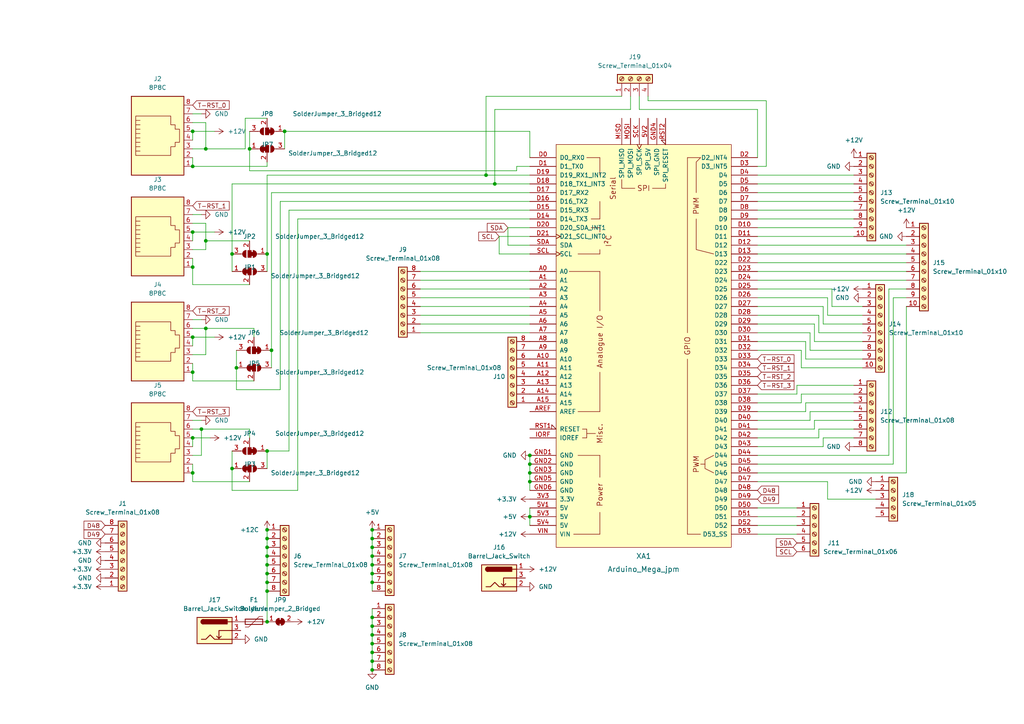
<source format=kicad_sch>
(kicad_sch (version 20211123) (generator eeschema)
  (paper "A4")
  (lib_symbols
    (symbol "CUSTOM:Arduino_Mega_jpm" (pin_names (offset 1.016))
      (property "Reference" "XA" (at 2.54 0 90))
      (property "Value" "Arduino_Mega_jpm" (at -2.54 0 90))
      (symbol "Arduino_Mega_jpm_0_0"
        (text "Analogue I/O" (at -12.7 1.27 900) (effects (font (size 1.524 1.524))))
        (text "I²C" (at -10.16 30.48 900) (effects (font (size 1.524 1.524))))
        (text "Misc." (at -12.7 -25.4 900) (effects (font (size 1.524 1.524))))
        (text "Power" (at -12.7 -43.18 900) (effects (font (size 1.524 1.524))))
        (text "PWM" (at 15.24 -34.29 900) (effects (font (size 1.524 1.524))))
        (text "PWM" (at 15.24 40.64 900) (effects (font (size 1.524 1.524))))
        (text "Serial" (at -8.89 45.72 900) (effects (font (size 1.524 1.524))))
        (text "SPI" (at 0 45.72 0) (effects (font (size 1.524 1.524))))
      )
      (symbol "Arduino_Mega_jpm_1_0"
        (text "GPIO" (at 12.7 0 900) (effects (font (size 1.524 1.524))))
      )
      (symbol "Arduino_Mega_jpm_1_1"
        (pin power_in line (at -33.02 -44.45 0) (length 7.62) (name "3.3V") (number "3V3"))
        (pin power_in line (at -33.02 -46.99 0) (length 7.62) (name "5V") (number "5V1"))
        (pin power_in line (at 1.27 66.04 270) (length 7.62) (name "SPI_5V") (number "5V2"))
        (pin power_in line (at -33.02 -49.53 0) (length 7.62) (name "5V") (number "5V3"))
        (pin power_in line (at -33.02 -52.07 0) (length 7.62) (name "5V") (number "5V4"))
        (pin bidirectional line (at -33.02 21.59 0) (length 7.62) (name "A0") (number "A0"))
        (pin bidirectional line (at -33.02 19.05 0) (length 7.62) (name "A1") (number "A1"))
        (pin bidirectional line (at -33.02 -3.81 0) (length 7.62) (name "A10") (number "A10"))
        (pin bidirectional line (at -33.02 -6.35 0) (length 7.62) (name "A11") (number "A11"))
        (pin bidirectional line (at -33.02 -8.89 0) (length 7.62) (name "A12") (number "A12"))
        (pin bidirectional line (at -33.02 -11.43 0) (length 7.62) (name "A13") (number "A13"))
        (pin bidirectional line (at -33.02 -13.97 0) (length 7.62) (name "A14") (number "A14"))
        (pin bidirectional line (at -33.02 -16.51 0) (length 7.62) (name "A15") (number "A15"))
        (pin bidirectional line (at -33.02 16.51 0) (length 7.62) (name "A2") (number "A2"))
        (pin bidirectional line (at -33.02 13.97 0) (length 7.62) (name "A3") (number "A3"))
        (pin bidirectional line (at -33.02 11.43 0) (length 7.62) (name "A4") (number "A4"))
        (pin bidirectional line (at -33.02 8.89 0) (length 7.62) (name "A5") (number "A5"))
        (pin bidirectional line (at -33.02 6.35 0) (length 7.62) (name "A6") (number "A6"))
        (pin bidirectional line (at -33.02 3.81 0) (length 7.62) (name "A7") (number "A7"))
        (pin bidirectional line (at -33.02 1.27 0) (length 7.62) (name "A8") (number "A8"))
        (pin bidirectional line (at -33.02 -1.27 0) (length 7.62) (name "A9") (number "A9"))
        (pin input line (at -33.02 -19.05 0) (length 7.62) (name "AREF") (number "AREF"))
        (pin bidirectional line (at -33.02 54.61 0) (length 7.62) (name "D0_RX0") (number "D0"))
        (pin bidirectional line (at -33.02 52.07 0) (length 7.62) (name "D1_TX0") (number "D1"))
        (pin bidirectional line (at 33.02 34.29 180) (length 7.62) (name "D10") (number "D10"))
        (pin bidirectional line (at 33.02 31.75 180) (length 7.62) (name "D11") (number "D11"))
        (pin bidirectional line (at 33.02 29.21 180) (length 7.62) (name "D12") (number "D12"))
        (pin bidirectional line (at 33.02 26.67 180) (length 7.62) (name "D13") (number "D13"))
        (pin bidirectional line (at -33.02 36.83 0) (length 7.62) (name "D14_TX3") (number "D14"))
        (pin bidirectional line (at -33.02 39.37 0) (length 7.62) (name "D15_RX3") (number "D15"))
        (pin bidirectional line (at -33.02 41.91 0) (length 7.62) (name "D16_TX2") (number "D16"))
        (pin bidirectional line (at -33.02 44.45 0) (length 7.62) (name "D17_RX2") (number "D17"))
        (pin bidirectional line (at -33.02 46.99 0) (length 7.62) (name "D18_TX1_INT3") (number "D18"))
        (pin bidirectional line (at -33.02 49.53 0) (length 7.62) (name "D19_RX1_INT2") (number "D19"))
        (pin bidirectional line (at 33.02 54.61 180) (length 7.62) (name "D2_INT4") (number "D2"))
        (pin bidirectional line (at -33.02 34.29 0) (length 7.62) (name "D20_SDA_INT1") (number "D20"))
        (pin bidirectional clock (at -33.02 31.75 0) (length 7.62) (name "D21_SCL_INT0") (number "D21"))
        (pin bidirectional line (at 33.02 24.13 180) (length 7.62) (name "D22") (number "D22"))
        (pin bidirectional line (at 33.02 21.59 180) (length 7.62) (name "D23") (number "D23"))
        (pin bidirectional line (at 33.02 19.05 180) (length 7.62) (name "D24") (number "D24"))
        (pin bidirectional line (at 33.02 16.51 180) (length 7.62) (name "D25") (number "D25"))
        (pin bidirectional line (at 33.02 13.97 180) (length 7.62) (name "D26") (number "D26"))
        (pin bidirectional line (at 33.02 11.43 180) (length 7.62) (name "D27") (number "D27"))
        (pin bidirectional line (at 33.02 8.89 180) (length 7.62) (name "D28") (number "D28"))
        (pin bidirectional line (at 33.02 6.35 180) (length 7.62) (name "D29") (number "D29"))
        (pin bidirectional line (at 33.02 52.07 180) (length 7.62) (name "D3_INT5") (number "D3"))
        (pin bidirectional line (at 33.02 3.81 180) (length 7.62) (name "D30") (number "D30"))
        (pin bidirectional line (at 33.02 1.27 180) (length 7.62) (name "D31") (number "D31"))
        (pin bidirectional line (at 33.02 -1.27 180) (length 7.62) (name "D32") (number "D32"))
        (pin bidirectional line (at 33.02 -3.81 180) (length 7.62) (name "D33") (number "D33"))
        (pin bidirectional line (at 33.02 -6.35 180) (length 7.62) (name "D34") (number "D34"))
        (pin bidirectional line (at 33.02 -8.89 180) (length 7.62) (name "D35") (number "D35"))
        (pin bidirectional line (at 33.02 -11.43 180) (length 7.62) (name "D36") (number "D36"))
        (pin bidirectional line (at 33.02 -13.97 180) (length 7.62) (name "D37") (number "D37"))
        (pin bidirectional line (at 33.02 -16.51 180) (length 7.62) (name "D38") (number "D38"))
        (pin bidirectional line (at 33.02 -19.05 180) (length 7.62) (name "D39") (number "D39"))
        (pin bidirectional line (at 33.02 49.53 180) (length 7.62) (name "D4") (number "D4"))
        (pin bidirectional line (at 33.02 -21.59 180) (length 7.62) (name "D40") (number "D40"))
        (pin bidirectional line (at 33.02 -24.13 180) (length 7.62) (name "D41") (number "D41"))
        (pin bidirectional line (at 33.02 -26.67 180) (length 7.62) (name "D42") (number "D42"))
        (pin bidirectional line (at 33.02 -29.21 180) (length 7.62) (name "D43") (number "D43"))
        (pin bidirectional line (at 33.02 -31.75 180) (length 7.62) (name "D44") (number "D44"))
        (pin bidirectional line (at 33.02 -34.29 180) (length 7.62) (name "D45") (number "D45"))
        (pin bidirectional line (at 33.02 -36.83 180) (length 7.62) (name "D46") (number "D46"))
        (pin bidirectional line (at 33.02 -39.37 180) (length 7.62) (name "D47") (number "D47"))
        (pin bidirectional line (at 33.02 -41.91 180) (length 7.62) (name "D48") (number "D48"))
        (pin bidirectional line (at 33.02 -44.45 180) (length 7.62) (name "D49") (number "D49"))
        (pin bidirectional line (at 33.02 46.99 180) (length 7.62) (name "D5") (number "D5"))
        (pin bidirectional line (at 33.02 -46.99 180) (length 7.62) (name "D50") (number "D50"))
        (pin bidirectional line (at 33.02 -49.53 180) (length 7.62) (name "D51") (number "D51"))
        (pin bidirectional line (at 33.02 -52.07 180) (length 7.62) (name "D52") (number "D52"))
        (pin bidirectional line (at 33.02 -54.61 180) (length 7.62) (name "D53_SS") (number "D53"))
        (pin bidirectional line (at 33.02 44.45 180) (length 7.62) (name "D6") (number "D6"))
        (pin bidirectional line (at 33.02 41.91 180) (length 7.62) (name "D7") (number "D7"))
        (pin bidirectional line (at 33.02 39.37 180) (length 7.62) (name "D8") (number "D8"))
        (pin bidirectional line (at 33.02 36.83 180) (length 7.62) (name "D9") (number "D9"))
        (pin power_in line (at -33.02 -31.75 0) (length 7.62) (name "GND") (number "GND1"))
        (pin power_in line (at -33.02 -34.29 0) (length 7.62) (name "GND") (number "GND2"))
        (pin power_in line (at -33.02 -36.83 0) (length 7.62) (name "GND") (number "GND3"))
        (pin power_in line (at 3.81 66.04 270) (length 7.62) (name "SPI_GND") (number "GND4"))
        (pin power_in line (at -33.02 -39.37 0) (length 7.62) (name "GND") (number "GND5"))
        (pin power_in line (at -33.02 -41.91 0) (length 7.62) (name "GND") (number "GND6"))
        (pin output line (at -33.02 -26.67 0) (length 7.62) (name "IOREF") (number "IORF"))
        (pin input line (at -6.35 66.04 270) (length 7.62) (name "SPI_MISO") (number "MISO"))
        (pin output line (at -3.81 66.04 270) (length 7.62) (name "SPI_MOSI") (number "MOSI"))
        (pin open_collector input_low (at -33.02 -24.13 0) (length 7.62) (name "RESET") (number "RST1"))
        (pin open_collector input_low (at 6.35 66.04 270) (length 7.62) (name "SPI_RESET") (number "RST2"))
        (pin output clock (at -1.27 66.04 270) (length 7.62) (name "SPI_SCK") (number "SCK"))
        (pin bidirectional clock (at -33.02 26.67 0) (length 7.62) (name "SCL") (number "SCL"))
        (pin bidirectional line (at -33.02 29.21 0) (length 7.62) (name "SDA") (number "SDA"))
        (pin power_in line (at -33.02 -54.61 0) (length 7.62) (name "VIN") (number "VIN"))
      )
    )
    (symbol "Connector:8P8C" (pin_names (offset 1.016))
      (property "Reference" "J" (at -5.08 13.97 0))
      (property "Value" "8P8C" (at 2.54 13.97 0))
      (symbol "8P8C_1_1"
        (pin passive line (at 10.16 -7.62 180) (length 2.54) (name "~") (number "1"))
        (pin passive line (at 10.16 -5.08 180) (length 2.54) (name "~") (number "2"))
        (pin passive line (at 10.16 -2.54 180) (length 2.54) (name "~") (number "3"))
        (pin passive line (at 10.16 0 180) (length 2.54) (name "~") (number "4"))
        (pin passive line (at 10.16 2.54 180) (length 2.54) (name "~") (number "5"))
        (pin passive line (at 10.16 5.08 180) (length 2.54) (name "~") (number "6"))
        (pin passive line (at 10.16 7.62 180) (length 2.54) (name "~") (number "7"))
        (pin passive line (at 10.16 10.16 180) (length 2.54) (name "~") (number "8"))
      )
    )
    (symbol "Connector:Barrel_Jack_Switch" (pin_names hide)
      (property "Reference" "J" (at 0 5.334 0))
      (property "Value" "Barrel_Jack_Switch" (at 0 -5.08 0))
      (symbol "Barrel_Jack_Switch_1_1"
        (pin passive line (at 7.62 2.54 180) (length 2.54) (name "~") (number "1"))
        (pin passive line (at 7.62 -2.54 180) (length 2.54) (name "~") (number "2"))
        (pin passive line (at 7.62 0 180) (length 2.54) (name "~") (number "3"))
      )
    )
    (symbol "Connector:Screw_Terminal_01x04" (pin_names (offset 1.016) hide)
      (property "Reference" "J" (at 0 5.08 0))
      (property "Value" "Screw_Terminal_01x04" (at 0 -7.62 0))
      (symbol "Screw_Terminal_01x04_1_1"
        (pin passive line (at -5.08 2.54 0) (length 3.81) (name "Pin_1") (number "1"))
        (pin passive line (at -5.08 0 0) (length 3.81) (name "Pin_2") (number "2"))
        (pin passive line (at -5.08 -2.54 0) (length 3.81) (name "Pin_3") (number "3"))
        (pin passive line (at -5.08 -5.08 0) (length 3.81) (name "Pin_4") (number "4"))
      )
    )
    (symbol "Connector:Screw_Terminal_01x05" (pin_names (offset 1.016) hide)
      (property "Reference" "J" (at 0 7.62 0))
      (property "Value" "Screw_Terminal_01x05" (at 0 -7.62 0))
      (symbol "Screw_Terminal_01x05_1_1"
        (pin passive line (at -5.08 5.08 0) (length 3.81) (name "Pin_1") (number "1"))
        (pin passive line (at -5.08 2.54 0) (length 3.81) (name "Pin_2") (number "2"))
        (pin passive line (at -5.08 0 0) (length 3.81) (name "Pin_3") (number "3"))
        (pin passive line (at -5.08 -2.54 0) (length 3.81) (name "Pin_4") (number "4"))
        (pin passive line (at -5.08 -5.08 0) (length 3.81) (name "Pin_5") (number "5"))
      )
    )
    (symbol "Connector:Screw_Terminal_01x06" (pin_names (offset 1.016) hide)
      (property "Reference" "J" (at 0 7.62 0))
      (property "Value" "Screw_Terminal_01x06" (at 0 -10.16 0))
      (symbol "Screw_Terminal_01x06_1_1"
        (pin passive line (at -5.08 5.08 0) (length 3.81) (name "Pin_1") (number "1"))
        (pin passive line (at -5.08 2.54 0) (length 3.81) (name "Pin_2") (number "2"))
        (pin passive line (at -5.08 0 0) (length 3.81) (name "Pin_3") (number "3"))
        (pin passive line (at -5.08 -2.54 0) (length 3.81) (name "Pin_4") (number "4"))
        (pin passive line (at -5.08 -5.08 0) (length 3.81) (name "Pin_5") (number "5"))
        (pin passive line (at -5.08 -7.62 0) (length 3.81) (name "Pin_6") (number "6"))
      )
    )
    (symbol "Connector:Screw_Terminal_01x08" (pin_names (offset 1.016) hide)
      (property "Reference" "J" (at 0 10.16 0))
      (property "Value" "Screw_Terminal_01x08" (at 0 -12.7 0))
      (symbol "Screw_Terminal_01x08_1_1"
        (pin passive line (at -5.08 7.62 0) (length 3.81) (name "Pin_1") (number "1"))
        (pin passive line (at -5.08 5.08 0) (length 3.81) (name "Pin_2") (number "2"))
        (pin passive line (at -5.08 2.54 0) (length 3.81) (name "Pin_3") (number "3"))
        (pin passive line (at -5.08 0 0) (length 3.81) (name "Pin_4") (number "4"))
        (pin passive line (at -5.08 -2.54 0) (length 3.81) (name "Pin_5") (number "5"))
        (pin passive line (at -5.08 -5.08 0) (length 3.81) (name "Pin_6") (number "6"))
        (pin passive line (at -5.08 -7.62 0) (length 3.81) (name "Pin_7") (number "7"))
        (pin passive line (at -5.08 -10.16 0) (length 3.81) (name "Pin_8") (number "8"))
      )
    )
    (symbol "Connector:Screw_Terminal_01x10" (pin_names (offset 1.016) hide)
      (property "Reference" "J" (at 0 12.7 0))
      (property "Value" "Screw_Terminal_01x10" (at 0 -15.24 0))
      (symbol "Screw_Terminal_01x10_1_1"
        (pin passive line (at -5.08 10.16 0) (length 3.81) (name "Pin_1") (number "1"))
        (pin passive line (at -5.08 -12.7 0) (length 3.81) (name "Pin_10") (number "10"))
        (pin passive line (at -5.08 7.62 0) (length 3.81) (name "Pin_2") (number "2"))
        (pin passive line (at -5.08 5.08 0) (length 3.81) (name "Pin_3") (number "3"))
        (pin passive line (at -5.08 2.54 0) (length 3.81) (name "Pin_4") (number "4"))
        (pin passive line (at -5.08 0 0) (length 3.81) (name "Pin_5") (number "5"))
        (pin passive line (at -5.08 -2.54 0) (length 3.81) (name "Pin_6") (number "6"))
        (pin passive line (at -5.08 -5.08 0) (length 3.81) (name "Pin_7") (number "7"))
        (pin passive line (at -5.08 -7.62 0) (length 3.81) (name "Pin_8") (number "8"))
        (pin passive line (at -5.08 -10.16 0) (length 3.81) (name "Pin_9") (number "9"))
      )
    )
    (symbol "Device:Polyfuse" (pin_numbers hide) (pin_names (offset 0))
      (property "Reference" "F" (at -2.54 0 90))
      (property "Value" "Polyfuse" (at 2.54 0 90))
      (symbol "Polyfuse_1_1"
        (pin passive line (at 0 3.81 270) (length 1.27) (name "~") (number "1"))
        (pin passive line (at 0 -3.81 90) (length 1.27) (name "~") (number "2"))
      )
    )
    (symbol "Jumper:SolderJumper_2_Bridged" (pin_names (offset 0) hide)
      (property "Reference" "JP" (at 0 2.032 0))
      (property "Value" "SolderJumper_2_Bridged" (at 0 -2.54 0))
      (symbol "SolderJumper_2_Bridged_1_1"
        (pin passive line (at -3.81 0 0) (length 2.54) (name "A") (number "1"))
        (pin passive line (at 3.81 0 180) (length 2.54) (name "B") (number "2"))
      )
    )
    (symbol "Jumper:SolderJumper_3_Bridged12" (pin_names (offset 0) hide)
      (property "Reference" "JP" (at -2.54 -2.54 0))
      (property "Value" "SolderJumper_3_Bridged12" (at 0 2.794 0))
      (symbol "SolderJumper_3_Bridged12_1_1"
        (pin passive line (at -5.08 0 0) (length 2.54) (name "A") (number "1"))
        (pin passive line (at 0 -3.81 90) (length 2.54) (name "C") (number "2"))
        (pin passive line (at 5.08 0 180) (length 2.54) (name "B") (number "3"))
      )
    )
    (symbol "power:+12C" (power) (pin_names (offset 0))
      (property "Value" "+12C" (at 0 3.81 0))
      (symbol "+12C_1_1"
        (pin power_in line (at 0 0 90) (length 0) hide (name "+12C") (number "1"))
      )
    )
    (symbol "power:+12V" (power) (pin_names (offset 0))
      (property "Value" "+12V" (at 0 3.556 0))
      (symbol "+12V_1_1"
        (pin power_in line (at 0 0 90) (length 0) hide (name "+12V") (number "1"))
      )
    )
    (symbol "power:+3.3V" (power) (pin_names (offset 0))
      (property "Value" "+3.3V" (at 0 3.556 0))
      (symbol "+3.3V_1_1"
        (pin power_in line (at 0 0 90) (length 0) hide (name "+3.3V") (number "1"))
      )
    )
    (symbol "power:+5V" (power) (pin_names (offset 0))
      (property "Value" "+5V" (at 0 3.556 0))
      (symbol "+5V_1_1"
        (pin power_in line (at 0 0 90) (length 0) hide (name "+5V") (number "1"))
      )
    )
    (symbol "power:GND" (power) (pin_names (offset 0))
      (property "Value" "GND" (at 0 -3.81 0))
      (symbol "GND_1_1"
        (pin power_in line (at 0 0 270) (length 0) hide (name "GND") (number "1"))
      )
    )
  )
  (junction (at 72.39 43.18))
  (junction (at 77.47 168.91))
  (junction (at 107.95 179.07))
  (junction (at 77.47 73.66))
  (junction (at 107.95 181.61))
  (junction (at 143.51 53.34))
  (junction (at 55.88 97.79))
  (junction (at 107.95 153.67))
  (junction (at 107.95 189.23))
  (junction (at 55.88 48.26))
  (junction (at 77.47 180.34))
  (junction (at 67.31 135.89))
  (junction (at 55.88 127))
  (junction (at 107.95 158.75))
  (junction (at 107.95 156.21))
  (junction (at 107.95 194.31))
  (junction (at 77.47 158.75))
  (junction (at 77.47 156.21))
  (junction (at 77.47 163.83))
  (junction (at 77.47 130.81))
  (junction (at 77.47 166.37))
  (junction (at 68.58 106.68))
  (junction (at 107.95 186.69))
  (junction (at 55.88 38.1))
  (junction (at 59.69 69.85))
  (junction (at 107.95 166.37))
  (junction (at 67.31 73.66))
  (junction (at 140.97 50.8))
  (junction (at 55.88 107.95))
  (junction (at 107.95 161.29))
  (junction (at 55.88 67.31))
  (junction (at 107.95 191.77))
  (junction (at 77.47 161.29))
  (junction (at 58.42 124.46))
  (junction (at 55.88 137.16))
  (junction (at 153.67 132.08))
  (junction (at 59.69 95.25))
  (junction (at 55.88 77.47))
  (junction (at 153.67 149.86))
  (junction (at 153.67 137.16))
  (junction (at 77.47 153.67))
  (junction (at 107.95 163.83))
  (junction (at 107.95 184.15))
  (junction (at 153.67 139.7))
  (junction (at 77.47 171.45))
  (junction (at 107.95 168.91))
  (junction (at 153.67 134.62))
  (junction (at 59.69 43.18))
  (junction (at 82.55 38.1))
  (junction (at 78.74 101.6))
  (wire (pts (xy 121.92 81.28) (xy 153.67 81.28)))
  (wire (pts (xy 241.3 83.82) (xy 241.3 88.9)))
  (wire (pts (xy 219.71 71.12) (xy 262.89 71.12)))
  (wire (pts (xy 153.67 139.7) (xy 153.67 142.24)))
  (wire (pts (xy 73.66 95.25) (xy 73.66 97.79)))
  (wire (pts (xy 232.41 106.68) (xy 250.19 106.68)))
  (wire (pts (xy 153.67 134.62) (xy 153.67 137.16)))
  (wire (pts (xy 77.47 73.66) (xy 77.47 78.74)))
  (wire (pts (xy 77.47 168.91) (xy 77.47 171.45)))
  (wire (pts (xy 107.95 186.69) (xy 107.95 189.23)))
  (wire (pts (xy 219.71 114.3) (xy 231.14 114.3)))
  (wire (pts (xy 81.28 113.03) (xy 68.58 113.03)))
  (wire (pts (xy 237.49 127) (xy 237.49 124.46)))
  (wire (pts (xy 236.22 93.98) (xy 236.22 99.06)))
  (wire (pts (xy 219.71 55.88) (xy 247.65 55.88)))
  (wire (pts (xy 78.74 55.88) (xy 153.67 55.88)))
  (wire (pts (xy 86.36 63.5) (xy 153.67 63.5)))
  (wire (pts (xy 240.03 139.7) (xy 240.03 144.78)))
  (wire (pts (xy 219.71 137.16) (xy 262.89 137.16)))
  (wire (pts (xy 153.67 132.08) (xy 153.67 134.62)))
  (wire (pts (xy 140.97 50.8) (xy 140.97 27.94)))
  (wire (pts (xy 219.71 78.74) (xy 262.89 78.74)))
  (wire (pts (xy 233.68 116.84) (xy 247.65 116.84)))
  (wire (pts (xy 71.12 43.18) (xy 59.69 43.18)))
  (wire (pts (xy 86.36 63.5) (xy 86.36 142.24)))
  (wire (pts (xy 219.71 124.46) (xy 236.22 124.46)))
  (wire (pts (xy 237.49 91.44) (xy 237.49 96.52)))
  (wire (pts (xy 107.95 176.53) (xy 107.95 179.07)))
  (wire (pts (xy 107.95 184.15) (xy 107.95 186.69)))
  (wire (pts (xy 55.88 64.77) (xy 59.69 64.77)))
  (wire (pts (xy 62.23 97.79) (xy 55.88 97.79)))
  (wire (pts (xy 55.88 67.31) (xy 55.88 69.85)))
  (wire (pts (xy 222.25 48.26) (xy 222.25 29.21)))
  (wire (pts (xy 121.92 83.82) (xy 153.67 83.82)))
  (wire (pts (xy 77.47 166.37) (xy 77.47 168.91)))
  (wire (pts (xy 231.14 114.3) (xy 231.14 111.76)))
  (wire (pts (xy 77.47 171.45) (xy 77.47 180.34)))
  (wire (pts (xy 59.69 102.87) (xy 55.88 102.87)))
  (wire (pts (xy 107.95 181.61) (xy 107.95 184.15)))
  (wire (pts (xy 219.71 48.26) (xy 222.25 48.26)))
  (wire (pts (xy 77.47 153.67) (xy 77.47 156.21)))
  (wire (pts (xy 232.41 101.6) (xy 232.41 106.68)))
  (wire (pts (xy 219.71 81.28) (xy 262.89 81.28)))
  (wire (pts (xy 232.41 116.84) (xy 232.41 114.3)))
  (wire (pts (xy 59.69 95.25) (xy 59.69 102.87)))
  (wire (pts (xy 219.71 60.96) (xy 247.65 60.96)))
  (wire (pts (xy 219.71 86.36) (xy 240.03 86.36)))
  (wire (pts (xy 153.67 38.1) (xy 153.67 45.72)))
  (wire (pts (xy 55.88 105.41) (xy 55.88 107.95)))
  (wire (pts (xy 58.42 92.71) (xy 55.88 92.71)))
  (wire (pts (xy 58.42 62.23) (xy 55.88 62.23)))
  (wire (pts (xy 144.78 68.58) (xy 153.67 68.58)))
  (wire (pts (xy 55.88 121.92) (xy 58.42 121.92)))
  (wire (pts (xy 77.47 163.83) (xy 77.47 166.37)))
  (wire (pts (xy 72.39 49.53) (xy 149.86 49.53)))
  (wire (pts (xy 219.71 119.38) (xy 233.68 119.38)))
  (wire (pts (xy 68.58 113.03) (xy 68.58 106.68)))
  (wire (pts (xy 81.28 58.42) (xy 153.67 58.42)))
  (wire (pts (xy 219.71 88.9) (xy 238.76 88.9)))
  (wire (pts (xy 231.14 111.76) (xy 247.65 111.76)))
  (wire (pts (xy 83.82 60.96) (xy 153.67 60.96)))
  (wire (pts (xy 144.78 73.66) (xy 144.78 68.58)))
  (wire (pts (xy 219.71 83.82) (xy 241.3 83.82)))
  (wire (pts (xy 67.31 53.34) (xy 67.31 73.66)))
  (wire (pts (xy 259.08 86.36) (xy 262.89 86.36)))
  (wire (pts (xy 147.32 71.12) (xy 147.32 66.04)))
  (wire (pts (xy 107.95 161.29) (xy 107.95 163.83)))
  (wire (pts (xy 143.51 31.75) (xy 143.51 53.34)))
  (wire (pts (xy 219.71 58.42) (xy 247.65 58.42)))
  (wire (pts (xy 121.92 96.52) (xy 153.67 96.52)))
  (wire (pts (xy 67.31 73.66) (xy 67.31 78.74)))
  (wire (pts (xy 55.88 35.56) (xy 59.69 35.56)))
  (wire (pts (xy 72.39 139.7) (xy 55.88 139.7)))
  (wire (pts (xy 241.3 88.9) (xy 250.19 88.9)))
  (wire (pts (xy 62.23 38.1) (xy 55.88 38.1)))
  (wire (pts (xy 78.74 55.88) (xy 78.74 101.6)))
  (wire (pts (xy 107.95 166.37) (xy 107.95 168.91)))
  (wire (pts (xy 107.95 189.23) (xy 107.95 191.77)))
  (wire (pts (xy 72.39 43.18) (xy 72.39 49.53)))
  (wire (pts (xy 55.88 134.62) (xy 55.88 137.16)))
  (wire (pts (xy 232.41 114.3) (xy 247.65 114.3)))
  (wire (pts (xy 185.42 31.75) (xy 185.42 27.94)))
  (wire (pts (xy 77.47 130.81) (xy 77.47 135.89)))
  (wire (pts (xy 219.71 66.04) (xy 247.65 66.04)))
  (wire (pts (xy 219.71 147.32) (xy 231.14 147.32)))
  (wire (pts (xy 219.71 68.58) (xy 247.65 68.58)))
  (wire (pts (xy 55.88 45.72) (xy 55.88 48.26)))
  (wire (pts (xy 219.71 152.4) (xy 231.14 152.4)))
  (wire (pts (xy 59.69 64.77) (xy 59.69 69.85)))
  (wire (pts (xy 153.67 71.12) (xy 147.32 71.12)))
  (wire (pts (xy 140.97 27.94) (xy 180.34 27.94)))
  (wire (pts (xy 72.39 38.1) (xy 72.39 43.18)))
  (wire (pts (xy 58.42 124.46) (xy 58.42 132.08)))
  (wire (pts (xy 153.67 137.16) (xy 153.67 139.7)))
  (wire (pts (xy 238.76 127) (xy 247.65 127)))
  (wire (pts (xy 77.47 48.26) (xy 77.47 46.99)))
  (wire (pts (xy 59.69 43.18) (xy 55.88 43.18)))
  (wire (pts (xy 107.95 168.91) (xy 107.95 171.45)))
  (wire (pts (xy 68.58 101.6) (xy 68.58 106.68)))
  (wire (pts (xy 59.69 35.56) (xy 59.69 43.18)))
  (wire (pts (xy 233.68 119.38) (xy 233.68 116.84)))
  (wire (pts (xy 143.51 31.75) (xy 182.88 31.75)))
  (wire (pts (xy 71.12 34.29) (xy 71.12 43.18)))
  (wire (pts (xy 234.95 119.38) (xy 247.65 119.38)))
  (wire (pts (xy 77.47 50.8) (xy 140.97 50.8)))
  (wire (pts (xy 257.81 83.82) (xy 262.89 83.82)))
  (wire (pts (xy 67.31 130.81) (xy 67.31 135.89)))
  (wire (pts (xy 240.03 144.78) (xy 254 144.78)))
  (wire (pts (xy 219.71 63.5) (xy 247.65 63.5)))
  (wire (pts (xy 219.71 134.62) (xy 259.08 134.62)))
  (wire (pts (xy 236.22 121.92) (xy 247.65 121.92)))
  (wire (pts (xy 257.81 83.82) (xy 257.81 132.08)))
  (wire (pts (xy 107.95 191.77) (xy 107.95 194.31)))
  (wire (pts (xy 219.71 76.2) (xy 262.89 76.2)))
  (wire (pts (xy 58.42 124.46) (xy 72.39 124.46)))
  (wire (pts (xy 77.47 156.21) (xy 77.47 158.75)))
  (wire (pts (xy 238.76 129.54) (xy 238.76 127)))
  (wire (pts (xy 219.71 50.8) (xy 247.65 50.8)))
  (wire (pts (xy 59.69 72.39) (xy 55.88 72.39)))
  (wire (pts (xy 219.71 154.94) (xy 231.14 154.94)))
  (wire (pts (xy 237.49 124.46) (xy 247.65 124.46)))
  (wire (pts (xy 219.71 96.52) (xy 234.95 96.52)))
  (wire (pts (xy 77.47 130.81) (xy 83.82 130.81)))
  (wire (pts (xy 67.31 142.24) (xy 67.31 135.89)))
  (wire (pts (xy 153.67 147.32) (xy 153.67 149.86)))
  (wire (pts (xy 55.88 139.7) (xy 55.88 137.16)))
  (wire (pts (xy 77.47 34.29) (xy 71.12 34.29)))
  (wire (pts (xy 219.71 53.34) (xy 247.65 53.34)))
  (wire (pts (xy 55.88 38.1) (xy 55.88 40.64)))
  (wire (pts (xy 107.95 158.75) (xy 107.95 161.29)))
  (wire (pts (xy 55.88 95.25) (xy 59.69 95.25)))
  (wire (pts (xy 219.71 99.06) (xy 233.68 99.06)))
  (wire (pts (xy 219.71 132.08) (xy 257.81 132.08)))
  (wire (pts (xy 77.47 50.8) (xy 77.47 73.66)))
  (wire (pts (xy 219.71 127) (xy 237.49 127)))
  (wire (pts (xy 219.71 101.6) (xy 232.41 101.6)))
  (wire (pts (xy 77.47 161.29) (xy 77.47 163.83)))
  (wire (pts (xy 55.88 127) (xy 60.96 127)))
  (wire (pts (xy 259.08 134.62) (xy 259.08 86.36)))
  (wire (pts (xy 121.92 93.98) (xy 153.67 93.98)))
  (wire (pts (xy 121.92 91.44) (xy 153.67 91.44)))
  (wire (pts (xy 55.88 74.93) (xy 55.88 77.47)))
  (wire (pts (xy 67.31 53.34) (xy 143.51 53.34)))
  (wire (pts (xy 58.42 33.02) (xy 55.88 33.02)))
  (wire (pts (xy 219.71 31.75) (xy 185.42 31.75)))
  (wire (pts (xy 107.95 156.21) (xy 107.95 158.75)))
  (wire (pts (xy 234.95 96.52) (xy 234.95 101.6)))
  (wire (pts (xy 219.71 116.84) (xy 232.41 116.84)))
  (wire (pts (xy 233.68 104.14) (xy 250.19 104.14)))
  (wire (pts (xy 236.22 99.06) (xy 250.19 99.06)))
  (wire (pts (xy 77.47 158.75) (xy 77.47 161.29)))
  (wire (pts (xy 55.88 107.95) (xy 55.88 110.49)))
  (wire (pts (xy 149.86 48.26) (xy 153.67 48.26)))
  (wire (pts (xy 238.76 93.98) (xy 250.19 93.98)))
  (wire (pts (xy 153.67 149.86) (xy 153.67 152.4)))
  (wire (pts (xy 219.71 139.7) (xy 240.03 139.7)))
  (wire (pts (xy 121.92 86.36) (xy 153.67 86.36)))
  (wire (pts (xy 143.51 53.34) (xy 153.67 53.34)))
  (wire (pts (xy 59.69 69.85) (xy 59.69 72.39)))
  (wire (pts (xy 219.71 93.98) (xy 236.22 93.98)))
  (wire (pts (xy 240.03 91.44) (xy 250.19 91.44)))
  (wire (pts (xy 236.22 124.46) (xy 236.22 121.92)))
  (wire (pts (xy 107.95 153.67) (xy 107.95 156.21)))
  (wire (pts (xy 55.88 82.55) (xy 55.88 77.47)))
  (wire (pts (xy 234.95 101.6) (xy 250.19 101.6)))
  (wire (pts (xy 82.55 38.1) (xy 153.67 38.1)))
  (wire (pts (xy 121.92 78.74) (xy 153.67 78.74)))
  (wire (pts (xy 121.92 88.9) (xy 153.67 88.9)))
  (wire (pts (xy 59.69 95.25) (xy 73.66 95.25)))
  (wire (pts (xy 233.68 99.06) (xy 233.68 104.14)))
  (wire (pts (xy 262.89 88.9) (xy 262.89 137.16)))
  (wire (pts (xy 62.23 67.31) (xy 55.88 67.31)))
  (wire (pts (xy 55.88 48.26) (xy 77.47 48.26)))
  (wire (pts (xy 59.69 69.85) (xy 72.39 69.85)))
  (wire (pts (xy 83.82 60.96) (xy 83.82 130.81)))
  (wire (pts (xy 219.71 45.72) (xy 219.71 31.75)))
  (wire (pts (xy 107.95 179.07) (xy 107.95 181.61)))
  (wire (pts (xy 237.49 96.52) (xy 250.19 96.52)))
  (wire (pts (xy 219.71 149.86) (xy 231.14 149.86)))
  (wire (pts (xy 58.42 132.08) (xy 55.88 132.08)))
  (wire (pts (xy 147.32 66.04) (xy 153.67 66.04)))
  (wire (pts (xy 182.88 31.75) (xy 182.88 27.94)))
  (wire (pts (xy 107.95 163.83) (xy 107.95 166.37)))
  (wire (pts (xy 86.36 142.24) (xy 67.31 142.24)))
  (wire (pts (xy 55.88 124.46) (xy 58.42 124.46)))
  (wire (pts (xy 219.71 121.92) (xy 234.95 121.92)))
  (wire (pts (xy 72.39 124.46) (xy 72.39 127)))
  (wire (pts (xy 140.97 50.8) (xy 153.67 50.8)))
  (wire (pts (xy 72.39 82.55) (xy 55.88 82.55)))
  (wire (pts (xy 234.95 121.92) (xy 234.95 119.38)))
  (wire (pts (xy 55.88 127) (xy 55.88 129.54)))
  (wire (pts (xy 78.74 101.6) (xy 78.74 106.68)))
  (wire (pts (xy 153.67 73.66) (xy 144.78 73.66)))
  (wire (pts (xy 149.86 49.53) (xy 149.86 48.26)))
  (wire (pts (xy 219.71 73.66) (xy 262.89 73.66)))
  (wire (pts (xy 187.96 29.21) (xy 187.96 27.94)))
  (wire (pts (xy 55.88 110.49) (xy 73.66 110.49)))
  (wire (pts (xy 219.71 91.44) (xy 237.49 91.44)))
  (wire (pts (xy 238.76 88.9) (xy 238.76 93.98)))
  (wire (pts (xy 222.25 29.21) (xy 187.96 29.21)))
  (wire (pts (xy 240.03 86.36) (xy 240.03 91.44)))
  (wire (pts (xy 219.71 129.54) (xy 238.76 129.54)))
  (wire (pts (xy 81.28 58.42) (xy 81.28 113.03)))
  (wire (pts (xy 55.88 97.79) (xy 55.88 100.33)))
  (wire (pts (xy 82.55 38.1) (xy 82.55 43.18)))
  (global_label "T-RST_2" (shape input) (at 219.71 109.22 0) (property "Intersheet References" "${INTERSHEET_REFS}" (effects hide)))
  (global_label "D48" (shape input) (at 30.48 152.4 180) (property "Intersheet References" "${INTERSHEET_REFS}" (effects hide)))
  (global_label "T-RST_3" (shape input) (at 55.88 119.38 0) (property "Intersheet References" "${INTERSHEET_REFS}" (effects hide)))
  (global_label "T-RST_0" (shape input) (at 55.88 30.48 0) (property "Intersheet References" "${INTERSHEET_REFS}" (effects hide)))
  (global_label "SDA" (shape input) (at 147.32 66.04 180) (property "Intersheet References" "${INTERSHEET_REFS}" (effects hide)))
  (global_label "T-RST_2" (shape input) (at 55.88 90.17 0) (property "Intersheet References" "${INTERSHEET_REFS}" (effects hide)))
  (global_label "T-RST_0" (shape input) (at 219.71 104.14 0) (property "Intersheet References" "${INTERSHEET_REFS}" (effects hide)))
  (global_label "T-RST_1" (shape input) (at 219.71 106.68 0) (property "Intersheet References" "${INTERSHEET_REFS}" (effects hide)))
  (global_label "D48" (shape input) (at 219.71 142.24 0) (property "Intersheet References" "${INTERSHEET_REFS}" (effects hide)))
  (global_label "D49" (shape input) (at 219.71 144.78 0) (property "Intersheet References" "${INTERSHEET_REFS}" (effects hide)))
  (global_label "D49" (shape input) (at 30.48 154.94 180) (property "Intersheet References" "${INTERSHEET_REFS}" (effects hide)))
  (global_label "T-RST_1" (shape input) (at 55.88 59.69 0) (property "Intersheet References" "${INTERSHEET_REFS}" (effects hide)))
  (global_label "SCL" (shape input) (at 144.78 68.58 180) (property "Intersheet References" "${INTERSHEET_REFS}" (effects hide)))
  (global_label "T-RST_3" (shape input) (at 219.71 111.76 0) (property "Intersheet References" "${INTERSHEET_REFS}" (effects hide)))
  (global_label "SCL" (shape input) (at 231.14 160.02 180) (property "Intersheet References" "${INTERSHEET_REFS}" (effects hide)))
  (global_label "SDA" (shape input) (at 231.14 157.48 180) (property "Intersheet References" "${INTERSHEET_REFS}" (effects hide)))
  (symbol (lib_id "Connector:Screw_Terminal_01x04") (at 182.88 22.86 90) (unit 1)
    (property "Reference" "J19" (at 184.15 16.51 90))
    (property "Value" "Screw_Terminal_01x04" (at 184.15 19.05 90))
    (property "Footprint" "TerminalBlock_RND:TerminalBlock_RND_205-00047_1x04_P5.00mm_Horizontal" (effects hide))
  )
  (symbol (lib_id "Connector:Screw_Terminal_01x05") (at 259.08 144.78 0) (unit 1)
    (property "Reference" "J18" (at 261.62 143.5099 0) (effects (justify left)))
    (property "Value" "Screw_Terminal_01x05" (at 261.62 146.0499 0) (effects (justify left)))
    (property "Footprint" "SamacSys_Parts:691311500105" (effects hide))
  )
  (symbol (lib_id "Connector:Screw_Terminal_01x08") (at 113.03 184.15 0) (unit 1)
    (property "Reference" "J8" (at 115.57 184.1499 0) (effects (justify left)))
    (property "Value" "Screw_Terminal_01x08" (at 115.57 186.6899 0) (effects (justify left)))
    (property "Footprint" "TerminalBlock_RND:TerminalBlock_RND_205-00051_1x08_P5.00mm_Horizontal" (effects hide))
  )
  (symbol (lib_id "Connector:Barrel_Jack_Switch") (at 62.23 182.88 0) (unit 1)
    (property "Reference" "J17" (at 62.23 173.99 0))
    (property "Value" "Barrel_Jack_Switch" (at 62.23 176.53 0))
    (property "Footprint" "custom:Vertical-BarrelJack_54-00287" (effects hide))
  )
  (symbol (lib_id "power:+3.3V") (at 153.67 144.78 90) (unit 1)
    (property "Reference" "#PWR0103" (effects hide))
    (property "Value" "+3.3V" (at 149.86 144.7799 90) (effects (justify left)))
  )
  (symbol (lib_id "power:+3.3V") (at 30.48 165.1 90) (unit 1)
    (property "Reference" "#PWR0125" (effects hide))
    (property "Value" "+3.3V" (at 26.67 165.0999 90) (effects (justify left)))
  )
  (symbol (lib_id "Connector:Screw_Terminal_01x06") (at 236.22 152.4 0) (unit 1)
    (property "Reference" "J11" (at 240.03 157.48 0) (effects (justify left)))
    (property "Value" "Screw_Terminal_01x06" (at 238.76 160.02 0) (effects (justify left)))
    (property "Footprint" "TerminalBlock_RND:TerminalBlock_RND_205-00049_1x06_P5.00mm_Horizontal" (effects hide))
  )
  (symbol (lib_id "Connector:Screw_Terminal_01x10") (at 252.73 55.88 0) (unit 1)
    (property "Reference" "J13" (at 255.27 55.8799 0) (effects (justify left)))
    (property "Value" "Screw_Terminal_01x10" (at 255.27 58.4199 0) (effects (justify left)))
    (property "Footprint" "custom:PinHeader_1x10_P5.0mm_Horizontal" (effects hide))
  )
  (symbol (lib_id "power:GND") (at 247.65 129.54 270) (unit 1)
    (property "Reference" "#PWR0131" (effects hide))
    (property "Value" "GND" (at 243.84 129.5399 90) (effects (justify right)))
  )
  (symbol (lib_id "Jumper:SolderJumper_3_Bridged12") (at 72.39 73.66 180) (unit 1)
    (property "Reference" "JP1" (at 72.39 77.47 0))
    (property "Value" "SolderJumper_3_Bridged12" (at 92.71 68.58 0))
    (property "Footprint" "Jumper:SolderJumper-3_P1.3mm_Bridged2Bar12_Pad1.0x1.5mm" (effects hide))
  )
  (symbol (lib_id "power:+3.3V") (at 30.48 170.18 90) (unit 1)
    (property "Reference" "#PWR0121" (effects hide))
    (property "Value" "+3.3V" (at 26.67 170.1799 90) (effects (justify left)))
  )
  (symbol (lib_id "power:+12V") (at 153.67 154.94 90) (unit 1)
    (property "Reference" "#PWR0101" (effects hide))
    (property "Value" "+12V" (at 149.86 154.9399 90) (effects (justify left)))
  )
  (symbol (lib_id "Jumper:SolderJumper_2_Bridged") (at 81.28 180.34 0) (unit 1)
    (property "Reference" "JP9" (at 81.28 173.99 0))
    (property "Value" "SolderJumper_2_Bridged" (at 81.28 176.53 0))
    (property "Footprint" "Jumper:SolderJumper-2_P1.3mm_Bridged_Pad1.0x1.5mm" (effects hide))
  )
  (symbol (lib_id "power:+12V") (at 254 142.24 90) (unit 1)
    (property "Reference" "#PWR0132" (effects hide))
    (property "Value" "+12V" (at 250.19 142.2399 90) (effects (justify left)))
  )
  (symbol (lib_id "power:GND") (at 69.85 185.42 90) (unit 1)
    (property "Reference" "#PWR0109" (effects hide))
    (property "Value" "GND" (at 73.66 185.4199 90) (effects (justify right)))
  )
  (symbol (lib_id "power:GND") (at 254 139.7 270) (unit 1)
    (property "Reference" "#PWR0133" (effects hide))
    (property "Value" "GND" (at 250.19 139.6999 90) (effects (justify right)))
  )
  (symbol (lib_id "power:GND") (at 58.42 92.71 90) (unit 1)
    (property "Reference" "#PWR0115" (effects hide))
    (property "Value" "GND" (at 62.23 92.7099 90) (effects (justify right)))
  )
  (symbol (lib_id "power:+12V") (at 85.09 180.34 270) (unit 1)
    (property "Reference" "#PWR0134" (effects hide))
    (property "Value" "+12V" (at 88.9 180.3399 90) (effects (justify left)))
  )
  (symbol (lib_id "Connector:8P8C") (at 45.72 129.54 0) (unit 1)
    (property "Reference" "J5" (at 45.72 111.76 0))
    (property "Value" "8P8C" (at 45.72 114.3 0))
    (property "Footprint" "Connector_RJ:RJ45_OST_PJ012-8P8CX_Vertical" (effects hide))
  )
  (symbol (lib_id "power:GND") (at 153.67 132.08 270) (unit 1)
    (property "Reference" "#PWR0119" (effects hide))
    (property "Value" "GND" (at 149.86 132.0799 90) (effects (justify right)))
  )
  (symbol (lib_id "power:+5V") (at 153.67 149.86 90) (unit 1)
    (property "Reference" "#PWR0102" (effects hide))
    (property "Value" "+5V" (at 149.86 149.8599 90) (effects (justify left)))
  )
  (symbol (lib_id "Connector:Screw_Terminal_01x08") (at 113.03 161.29 0) (unit 1)
    (property "Reference" "J7" (at 115.57 161.2899 0) (effects (justify left)))
    (property "Value" "Screw_Terminal_01x08" (at 115.57 163.8299 0) (effects (justify left)))
    (property "Footprint" "TerminalBlock_RND:TerminalBlock_RND_205-00051_1x08_P5.00mm_Horizontal" (effects hide))
  )
  (symbol (lib_id "power:+12C") (at 77.47 153.67 0) (unit 1)
    (property "Reference" "#PWR0126" (effects hide))
    (property "Value" "+12C" (at 72.39 153.67 0))
  )
  (symbol (lib_id "power:+12V") (at 62.23 67.31 270) (unit 1)
    (property "Reference" "#PWR0113" (effects hide))
    (property "Value" "+12V" (at 66.04 67.3099 90) (effects (justify left)))
  )
  (symbol (lib_id "CUSTOM:Arduino_Mega_jpm") (at 186.69 100.33 0) (unit 1)
    (property "Reference" "XA1" (at 186.69 161.29 0) (effects (font (size 1.524 1.524))))
    (property "Value" "Arduino_Mega_jpm" (at 186.69 165.1 0) (effects (font (size 1.524 1.524))))
    (property "Footprint" "Arduino:Arduino_Mega2560_Shield" (effects hide))
    (property "Datasheet" "https://store.arduino.cc/arduino-mega-2560-rev3" (effects hide))
  )
  (symbol (lib_id "Jumper:SolderJumper_3_Bridged12") (at 72.39 78.74 0) (unit 1)
    (property "Reference" "JP2" (at 72.39 68.58 0))
    (property "Value" "SolderJumper_3_Bridged12" (at 91.44 80.01 0))
    (property "Footprint" "Jumper:SolderJumper-3_P1.3mm_Bridged2Bar12_Pad1.0x1.5mm" (effects hide))
  )
  (symbol (lib_id "power:GND") (at 30.48 157.48 270) (unit 1)
    (property "Reference" "#PWR0123" (effects hide))
    (property "Value" "GND" (at 26.67 157.4799 90) (effects (justify right)))
  )
  (symbol (lib_id "Connector:Screw_Terminal_01x10") (at 255.27 93.98 0) (unit 1)
    (property "Reference" "J14" (at 257.81 93.9799 0) (effects (justify left)))
    (property "Value" "Screw_Terminal_01x10" (at 257.81 96.5199 0) (effects (justify left)))
    (property "Footprint" "custom:PinHeader_1x10_P5.0mm_Horizontal" (effects hide))
  )
  (symbol (lib_id "Jumper:SolderJumper_3_Bridged12") (at 77.47 38.1 180) (unit 1)
    (property "Reference" "JP7" (at 77.47 41.91 0))
    (property "Value" "SolderJumper_3_Bridged12" (at 97.79 33.02 0))
    (property "Footprint" "Jumper:SolderJumper-3_P1.3mm_Bridged2Bar12_Pad1.0x1.5mm" (effects hide))
  )
  (symbol (lib_id "Connector:Screw_Terminal_01x10") (at 267.97 76.2 0) (unit 1)
    (property "Reference" "J15" (at 270.51 76.1999 0) (effects (justify left)))
    (property "Value" "Screw_Terminal_01x10" (at 270.51 78.7399 0) (effects (justify left)))
    (property "Footprint" "custom:PinHeader_1x10_P5.0mm_Horizontal" (effects hide))
  )
  (symbol (lib_id "power:+5V") (at 107.95 153.67 0) (unit 1)
    (property "Reference" "#PWR0127" (effects hide))
    (property "Value" "+5V" (at 107.95 148.59 0))
  )
  (symbol (lib_id "Jumper:SolderJumper_3_Bridged12") (at 72.39 130.81 180) (unit 1)
    (property "Reference" "JP3" (at 72.39 134.62 0))
    (property "Value" "SolderJumper_3_Bridged12" (at 92.71 125.73 0))
    (property "Footprint" "Jumper:SolderJumper-3_P1.3mm_Bridged2Bar12_Pad1.0x1.5mm" (effects hide))
  )
  (symbol (lib_id "power:+12V") (at 60.96 127 270) (unit 1)
    (property "Reference" "#PWR0117" (effects hide))
    (property "Value" "+12V" (at 64.77 126.9999 90) (effects (justify left)))
  )
  (symbol (lib_id "power:GND") (at 152.4 170.18 90) (unit 1)
    (property "Reference" "#PWR0130" (effects hide))
    (property "Value" "GND" (at 156.21 170.1799 90) (effects (justify right)))
  )
  (symbol (lib_id "power:GND") (at 58.42 62.23 90) (unit 1)
    (property "Reference" "#PWR0116" (effects hide))
    (property "Value" "GND" (at 62.23 62.2299 90) (effects (justify right)))
  )
  (symbol (lib_id "Connector:Screw_Terminal_01x08") (at 252.73 119.38 0) (unit 1)
    (property "Reference" "J12" (at 255.27 119.3799 0) (effects (justify left)))
    (property "Value" "Screw_Terminal_01x08" (at 255.27 121.9199 0) (effects (justify left)))
    (property "Footprint" "TerminalBlock_RND:TerminalBlock_RND_205-00051_1x08_P5.00mm_Horizontal" (effects hide))
  )
  (symbol (lib_id "Connector:Barrel_Jack_Switch") (at 144.78 167.64 0) (unit 1)
    (property "Reference" "J16" (at 144.78 158.75 0))
    (property "Value" "Barrel_Jack_Switch" (at 144.78 161.29 0))
    (property "Footprint" "custom:Vertical-BarrelJack_54-00287" (effects hide))
  )
  (symbol (lib_id "Connector:Screw_Terminal_01x08") (at 82.55 161.29 0) (unit 1)
    (property "Reference" "J6" (at 85.09 161.2899 0) (effects (justify left)))
    (property "Value" "Screw_Terminal_01x08" (at 85.09 163.8299 0) (effects (justify left)))
    (property "Footprint" "TerminalBlock_RND:TerminalBlock_RND_205-00051_1x08_P5.00mm_Horizontal" (effects hide))
  )
  (symbol (lib_id "Connector:Screw_Terminal_01x08") (at 35.56 162.56 0) (mirror x) (unit 1)
    (property "Reference" "J1" (at 35.56 146.05 0))
    (property "Value" "Screw_Terminal_01x08" (at 35.56 148.59 0))
    (property "Footprint" "TerminalBlock_RND:TerminalBlock_RND_205-00051_1x08_P5.00mm_Horizontal" (effects hide))
  )
  (symbol (lib_id "power:GND") (at 58.42 121.92 90) (unit 1)
    (property "Reference" "#PWR0118" (effects hide))
    (property "Value" "GND" (at 62.23 121.9199 90) (effects (justify right)))
  )
  (symbol (lib_id "power:GND") (at 247.65 48.26 270) (unit 1)
    (property "Reference" "#PWR0107" (effects hide))
    (property "Value" "GND" (at 243.84 48.2599 90) (effects (justify right)))
  )
  (symbol (lib_id "Connector:8P8C") (at 45.72 100.33 0) (unit 1)
    (property "Reference" "J4" (at 45.72 82.55 0))
    (property "Value" "8P8C" (at 45.72 85.09 0))
    (property "Footprint" "Connector_RJ:RJ45_OST_PJ012-8P8CX_Vertical" (effects hide))
  )
  (symbol (lib_id "power:+3.3V") (at 30.48 160.02 90) (unit 1)
    (property "Reference" "#PWR0120" (effects hide))
    (property "Value" "+3.3V" (at 26.67 160.0199 90) (effects (justify left)))
  )
  (symbol (lib_id "power:GND") (at 262.89 68.58 270) (unit 1)
    (property "Reference" "#PWR0108" (effects hide))
    (property "Value" "GND" (at 259.08 68.5799 90) (effects (justify right)))
  )
  (symbol (lib_id "Jumper:SolderJumper_3_Bridged12") (at 77.47 43.18 0) (unit 1)
    (property "Reference" "JP8" (at 77.47 33.02 0))
    (property "Value" "SolderJumper_3_Bridged12" (at 96.52 44.45 0))
    (property "Footprint" "Jumper:SolderJumper-3_P1.3mm_Bridged2Bar12_Pad1.0x1.5mm" (effects hide))
  )
  (symbol (lib_id "power:+12V") (at 62.23 38.1 270) (unit 1)
    (property "Reference" "#PWR0111" (effects hide))
    (property "Value" "+12V" (at 66.04 38.0999 90) (effects (justify left)))
  )
  (symbol (lib_id "Connector:8P8C") (at 45.72 69.85 0) (unit 1)
    (property "Reference" "J3" (at 45.72 52.07 0))
    (property "Value" "8P8C" (at 45.72 54.61 0))
    (property "Footprint" "Connector_RJ:RJ45_OST_PJ012-8P8CX_Vertical" (effects hide))
  )
  (symbol (lib_id "power:+12V") (at 262.89 66.04 0) (unit 1)
    (property "Reference" "#PWR0106" (effects hide))
    (property "Value" "+12V" (at 262.89 60.96 0))
  )
  (symbol (lib_id "Device:Polyfuse") (at 73.66 180.34 90) (unit 1)
    (property "Reference" "F1" (at 73.66 173.99 90))
    (property "Value" "Polyfuse" (at 73.66 176.53 90))
    (property "Footprint" "custom:THT_JUMPER" (effects hide))
  )
  (symbol (lib_id "power:GND") (at 58.42 33.02 90) (unit 1)
    (property "Reference" "#PWR0112" (effects hide))
    (property "Value" "GND" (at 62.23 33.0199 90) (effects (justify right)))
  )
  (symbol (lib_id "power:GND") (at 107.95 194.31 0) (unit 1)
    (property "Reference" "#PWR0128" (effects hide))
    (property "Value" "GND" (at 107.95 199.39 0))
  )
  (symbol (lib_id "Connector:Screw_Terminal_01x08") (at 148.59 109.22 180) (unit 1)
    (property "Reference" "J10" (at 144.78 109.22 0))
    (property "Value" "Screw_Terminal_01x08" (at 134.62 106.68 0))
    (property "Footprint" "TerminalBlock_RND:TerminalBlock_RND_205-00051_1x08_P5.00mm_Horizontal" (effects hide))
  )
  (symbol (lib_id "Jumper:SolderJumper_3_Bridged12") (at 73.66 106.68 0) (unit 1)
    (property "Reference" "JP6" (at 73.66 96.52 0))
    (property "Value" "SolderJumper_3_Bridged12" (at 92.71 107.95 0))
    (property "Footprint" "Jumper:SolderJumper-3_P1.3mm_Bridged2Bar12_Pad1.0x1.5mm" (effects hide))
  )
  (symbol (lib_id "Connector:8P8C") (at 45.72 40.64 0) (unit 1)
    (property "Reference" "J2" (at 45.72 22.86 0))
    (property "Value" "8P8C" (at 45.72 25.4 0))
    (property "Footprint" "Connector_RJ:RJ45_OST_PJ012-8P8CX_Vertical" (effects hide))
  )
  (symbol (lib_id "Jumper:SolderJumper_3_Bridged12") (at 73.66 101.6 180) (unit 1)
    (property "Reference" "JP5" (at 73.66 105.41 0))
    (property "Value" "SolderJumper_3_Bridged12" (at 93.98 96.52 0))
    (property "Footprint" "Jumper:SolderJumper-3_P1.3mm_Bridged2Bar12_Pad1.0x1.5mm" (effects hide))
  )
  (symbol (lib_id "power:GND") (at 30.48 162.56 270) (unit 1)
    (property "Reference" "#PWR0122" (effects hide))
    (property "Value" "GND" (at 26.67 162.5599 90) (effects (justify right)))
  )
  (symbol (lib_id "power:+12V") (at 247.65 45.72 0) (unit 1)
    (property "Reference" "#PWR0110" (effects hide))
    (property "Value" "+12V" (at 247.65 40.64 0))
  )
  (symbol (lib_id "power:+12V") (at 152.4 165.1 270) (unit 1)
    (property "Reference" "#PWR0129" (effects hide))
    (property "Value" "+12V" (at 156.21 165.0999 90) (effects (justify left)))
  )
  (symbol (lib_id "power:GND") (at 30.48 167.64 270) (unit 1)
    (property "Reference" "#PWR0124" (effects hide))
    (property "Value" "GND" (at 26.67 167.6399 90) (effects (justify right)))
  )
  (symbol (lib_id "Jumper:SolderJumper_3_Bridged12") (at 72.39 135.89 0) (unit 1)
    (property "Reference" "JP4" (at 72.39 125.73 0))
    (property "Value" "SolderJumper_3_Bridged12" (at 91.44 137.16 0))
    (property "Footprint" "Jumper:SolderJumper-3_P1.3mm_Bridged2Bar12_Pad1.0x1.5mm" (effects hide))
  )
  (symbol (lib_id "power:GND") (at 250.19 86.36 270) (unit 1)
    (property "Reference" "#PWR0104" (effects hide))
    (property "Value" "GND" (at 246.38 86.3599 90) (effects (justify right)))
  )
  (symbol (lib_id "power:+12V") (at 250.19 83.82 90) (unit 1)
    (property "Reference" "#PWR0105" (effects hide))
    (property "Value" "+12V" (at 246.38 83.8199 90) (effects (justify left)))
  )
  (symbol (lib_id "power:+12V") (at 62.23 97.79 270) (unit 1)
    (property "Reference" "#PWR0114" (effects hide))
    (property "Value" "+12V" (at 66.04 97.7899 90) (effects (justify left)))
  )
  (symbol (lib_id "Connector:Screw_Terminal_01x08") (at 116.84 88.9 180) (unit 1)
    (property "Reference" "J9" (at 116.84 72.39 0))
    (property "Value" "Screw_Terminal_01x08" (at 116.84 74.93 0))
    (property "Footprint" "TerminalBlock_RND:TerminalBlock_RND_205-00051_1x08_P5.00mm_Horizontal" (effects hide))
  )
)
</source>
